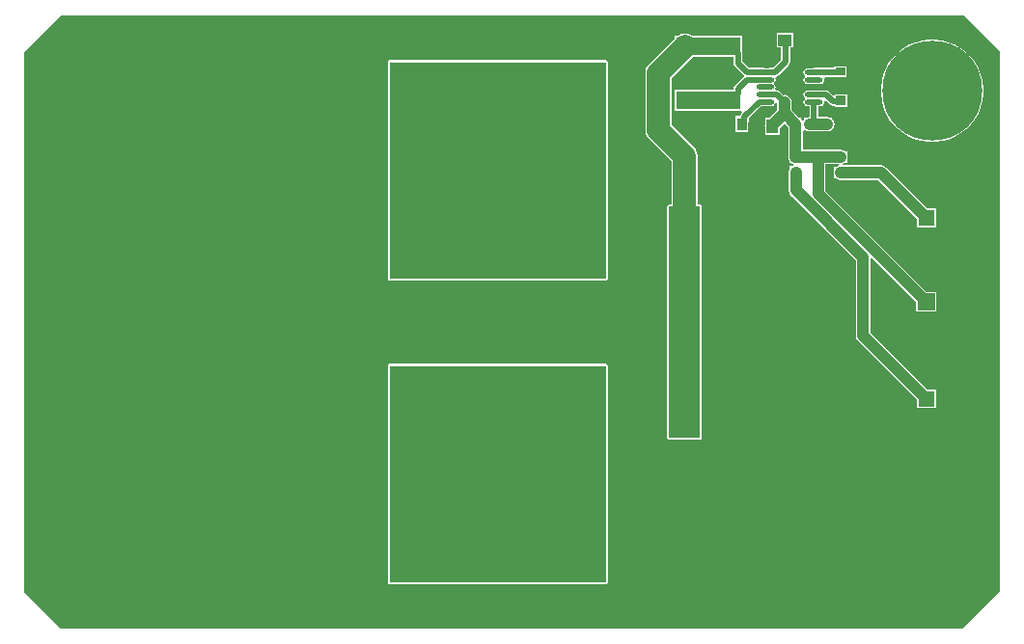
<source format=gtl>
G04*
G04 #@! TF.GenerationSoftware,Altium Limited,Altium Designer,23.3.1 (30)*
G04*
G04 Layer_Physical_Order=1*
G04 Layer_Color=255*
%FSLAX26Y26*%
%MOIN*%
G70*
G04*
G04 #@! TF.SameCoordinates,F690B318-04D5-434D-AB11-BD4B9249E199*
G04*
G04*
G04 #@! TF.FilePolarity,Positive*
G04*
G01*
G75*
%ADD12C,0.020000*%
%ADD16R,0.037402X0.031496*%
%ADD17R,0.023622X0.031496*%
%ADD18R,0.047575X0.039848*%
%ADD19O,0.062992X0.017716*%
%ADD20R,0.027559X0.033465*%
%ADD21R,0.033465X0.027559*%
%ADD22R,0.033788X0.033711*%
%ADD23R,0.039848X0.047575*%
%ADD24R,0.224409X0.062992*%
%ADD25R,0.035911X0.044531*%
%ADD31R,0.750000X0.750000*%
%ADD32R,0.110000X0.800000*%
%ADD38C,0.040000*%
%ADD39C,0.080000*%
%ADD40C,0.050000*%
%ADD41R,0.059055X0.059055*%
%ADD42C,0.059055*%
%ADD43C,0.055118*%
%ADD44R,0.055118X0.055118*%
%ADD45C,0.344488*%
G36*
X3685000Y2935000D02*
Y1070000D01*
X3555000Y940000D01*
X440000D01*
X315000Y1065000D01*
Y2935000D01*
X440000Y3060000D01*
X3560000D01*
X3685000Y2935000D01*
D02*
G37*
%LPC*%
G36*
X2970357Y2999924D02*
X2912782D01*
Y2950076D01*
X2928874D01*
Y2905503D01*
X2902051Y2878680D01*
X2817792D01*
X2795097Y2901374D01*
Y2931024D01*
X2794803Y2932501D01*
Y2989016D01*
X2623248D01*
X2619584Y2991827D01*
X2608637Y2996361D01*
X2596890Y2997908D01*
X2585142Y2996361D01*
X2574196Y2991827D01*
X2570532Y2989016D01*
X2560394D01*
Y2980212D01*
X2472906Y2892724D01*
X2465693Y2883324D01*
X2461158Y2872377D01*
X2459612Y2860630D01*
Y2665292D01*
X2461158Y2653544D01*
X2465693Y2642597D01*
X2472906Y2633197D01*
X2549612Y2556491D01*
Y2405412D01*
X2540000D01*
X2536173Y2403827D01*
X2534588Y2400000D01*
Y1600000D01*
X2536173Y1596173D01*
X2540000Y1594588D01*
X2650000D01*
X2653827Y1596173D01*
X2655412Y1600000D01*
Y2400000D01*
X2653827Y2403827D01*
X2650000Y2405412D01*
X2640388D01*
Y2575292D01*
X2638842Y2587039D01*
X2634307Y2597986D01*
X2627094Y2607386D01*
X2550388Y2684092D01*
Y2841829D01*
X2624583Y2916024D01*
X2764509D01*
Y2895039D01*
X2765673Y2889187D01*
X2768989Y2884225D01*
X2799412Y2853801D01*
X2800173Y2850590D01*
X2799412Y2847380D01*
X2768989Y2816956D01*
X2765673Y2811994D01*
X2764509Y2806142D01*
Y2803976D01*
X2560394D01*
Y2730984D01*
X2789901D01*
X2791593Y2730984D01*
X2795460Y2726647D01*
X2795408Y2725462D01*
X2789739Y2719793D01*
X2786424Y2714832D01*
X2785914Y2712265D01*
X2769643D01*
Y2657735D01*
X2815554D01*
Y2691477D01*
X2815848Y2692955D01*
Y2702644D01*
X2858933Y2745730D01*
X2872953D01*
X2878805Y2746894D01*
X2895591D01*
X2900998Y2747970D01*
X2905582Y2751032D01*
X2908645Y2755616D01*
X2909510Y2759967D01*
X2914510Y2759475D01*
Y2732474D01*
X2911740Y2730622D01*
X2886474Y2705357D01*
X2872675D01*
Y2683278D01*
X2872109Y2680433D01*
X2872675Y2677588D01*
Y2647782D01*
X2922522D01*
Y2669309D01*
X2939882Y2686669D01*
X2952842Y2673708D01*
X2952935Y2673646D01*
Y2571575D01*
X2954876Y2561820D01*
X2956299Y2559690D01*
Y2550827D01*
X2964478D01*
X2968671Y2548025D01*
X2971853Y2547392D01*
Y2542294D01*
X2970245Y2541975D01*
X2966053Y2539173D01*
X2956299D01*
Y2527419D01*
X2954510Y2518425D01*
Y2456360D01*
X2956450Y2446606D01*
X2961976Y2438336D01*
X3185731Y2214582D01*
Y1953780D01*
X3187671Y1944025D01*
X3193197Y1935755D01*
X3397441Y1731511D01*
Y1702441D01*
X3462559D01*
Y1767559D01*
X3433489D01*
X3236710Y1964338D01*
Y2220171D01*
X3241710Y2222242D01*
X3395472Y2068479D01*
Y2035473D01*
X3464528D01*
Y2104528D01*
X3431521D01*
X3082202Y2453846D01*
Y2546085D01*
X3128197D01*
X3128690Y2541085D01*
X3125245Y2540400D01*
X3121053Y2537598D01*
X3111299D01*
Y2525844D01*
X3109510Y2516850D01*
X3111299Y2507856D01*
Y2496102D01*
X3121053D01*
X3125245Y2493301D01*
X3135000Y2491361D01*
X3262591D01*
X3397441Y2356511D01*
Y2327441D01*
X3462559D01*
Y2392559D01*
X3433489D01*
X3291174Y2534874D01*
X3282904Y2540400D01*
X3273150Y2542340D01*
X3140228D01*
X3139736Y2547340D01*
X3143180Y2548025D01*
X3145016Y2549252D01*
X3158701D01*
Y2570498D01*
X3158915Y2571575D01*
X3158701Y2572652D01*
Y2590748D01*
X3149729D01*
X3143180Y2595124D01*
X3133425Y2597065D01*
X3003915D01*
Y2661135D01*
X3008032Y2663268D01*
X3014337D01*
X3017057Y2661450D01*
X3026811Y2659510D01*
X3087008D01*
X3096762Y2661450D01*
X3100955Y2664252D01*
X3103819D01*
Y2666166D01*
X3105032Y2666976D01*
X3110557Y2675245D01*
X3112498Y2685000D01*
X3110557Y2694755D01*
X3105032Y2703024D01*
X3103819Y2703834D01*
Y2705748D01*
X3100955D01*
X3096762Y2708550D01*
X3087008Y2710490D01*
X3057538D01*
Y2746894D01*
X3064882D01*
X3070289Y2747970D01*
X3074873Y2751032D01*
X3077936Y2755616D01*
X3079012Y2761024D01*
X3078698Y2762602D01*
X3083306Y2765066D01*
X3095991Y2752381D01*
X3100952Y2749065D01*
X3106805Y2747901D01*
X3113106D01*
Y2744484D01*
X3156894D01*
Y2788195D01*
X3113106D01*
Y2785056D01*
X3108486Y2783142D01*
X3094200Y2797429D01*
X3089238Y2800744D01*
X3083386Y2801908D01*
X3042244D01*
X3036391Y2800744D01*
X3019606D01*
X3014199Y2799668D01*
X3009615Y2796605D01*
X3006552Y2792021D01*
X3005477Y2786614D01*
X3006552Y2781207D01*
X3009615Y2776623D01*
X3010070Y2776319D01*
Y2771319D01*
X3009615Y2771015D01*
X3006552Y2766431D01*
X3005477Y2761024D01*
X3006552Y2755616D01*
X3009615Y2751032D01*
X3014199Y2747970D01*
X3019606Y2746894D01*
X3026950D01*
Y2710490D01*
X3026811D01*
X3017057Y2708550D01*
X3014337Y2706732D01*
X3008032D01*
Y2701893D01*
X3005349Y2697878D01*
X2999335D01*
X2996449Y2702197D01*
X2996378Y2702269D01*
Y2706732D01*
X2990911D01*
X2988890Y2709756D01*
X2968024Y2730622D01*
X2965490Y2732316D01*
Y2760000D01*
X2963550Y2769755D01*
X2958024Y2778024D01*
X2949755Y2783550D01*
X2940000Y2785490D01*
X2936780Y2784849D01*
X2924200Y2797429D01*
X2919239Y2800744D01*
X2913386Y2801908D01*
X2911391D01*
X2908646Y2806796D01*
X2908667Y2806908D01*
X2909720Y2812205D01*
X2908645Y2817612D01*
X2905582Y2822196D01*
X2905127Y2822500D01*
Y2827500D01*
X2905582Y2827804D01*
X2908645Y2832388D01*
X2909720Y2837795D01*
X2908645Y2843203D01*
X2908628Y2843523D01*
X2911039Y2848620D01*
X2914238Y2849256D01*
X2919200Y2852571D01*
X2954982Y2888354D01*
X2958298Y2893315D01*
X2959462Y2899168D01*
Y2950076D01*
X2970357D01*
Y2999924D01*
D02*
G37*
G36*
X3154331Y2884173D02*
X3110866D01*
Y2878680D01*
X3042244D01*
X3036391Y2877515D01*
X3019606D01*
X3014199Y2876440D01*
X3009615Y2873377D01*
X3006552Y2868793D01*
X3005477Y2863386D01*
X3006552Y2857979D01*
X3009615Y2853395D01*
X3010070Y2853091D01*
Y2848090D01*
X3009615Y2847787D01*
X3006552Y2843202D01*
X3005477Y2837795D01*
X3006552Y2832388D01*
X3009615Y2827804D01*
X3014199Y2824741D01*
X3019606Y2823666D01*
X3064882D01*
X3070289Y2824741D01*
X3074873Y2827804D01*
X3077936Y2832388D01*
X3079012Y2837795D01*
X3077958Y2843092D01*
X3077937Y2843204D01*
X3080682Y2848092D01*
X3110866D01*
Y2846614D01*
X3154331D01*
Y2884173D01*
D02*
G37*
G36*
X3461617Y2977244D02*
X3438383D01*
X3415347Y2974211D01*
X3392905Y2968198D01*
X3371439Y2959307D01*
X3351317Y2947689D01*
X3332884Y2933545D01*
X3316455Y2917116D01*
X3302311Y2898683D01*
X3290693Y2878561D01*
X3281802Y2857095D01*
X3275789Y2834653D01*
X3272756Y2811617D01*
Y2788383D01*
X3275789Y2765347D01*
X3281802Y2742905D01*
X3290693Y2721439D01*
X3302311Y2701317D01*
X3316455Y2682884D01*
X3332884Y2666455D01*
X3351317Y2652311D01*
X3371439Y2640693D01*
X3392905Y2631802D01*
X3415347Y2625789D01*
X3438383Y2622756D01*
X3461617D01*
X3484653Y2625789D01*
X3507095Y2631802D01*
X3528561Y2640693D01*
X3548683Y2652311D01*
X3567116Y2666455D01*
X3583545Y2682884D01*
X3597689Y2701317D01*
X3609307Y2721439D01*
X3618198Y2742905D01*
X3624211Y2765347D01*
X3627244Y2788383D01*
Y2811617D01*
X3624211Y2834653D01*
X3618198Y2857095D01*
X3609307Y2878561D01*
X3597689Y2898683D01*
X3583545Y2917116D01*
X3567116Y2933545D01*
X3548683Y2947689D01*
X3528561Y2959307D01*
X3507095Y2968198D01*
X3484653Y2974211D01*
X3461617Y2977244D01*
D02*
G37*
G36*
X2325000Y2905412D02*
X1575000D01*
X1571173Y2903827D01*
X1569588Y2900000D01*
Y2150000D01*
X1571173Y2146173D01*
X1575000Y2144588D01*
X2325000D01*
X2328827Y2146173D01*
X2330412Y2150000D01*
Y2900000D01*
X2328827Y2903827D01*
X2325000Y2905412D01*
D02*
G37*
G36*
Y1855412D02*
X1575000D01*
X1571173Y1853827D01*
X1569588Y1850000D01*
Y1100000D01*
X1571173Y1096173D01*
X1575000Y1094588D01*
X2325000D01*
X2328827Y1096173D01*
X2330412Y1100000D01*
Y1850000D01*
X2328827Y1853827D01*
X2325000Y1855412D01*
D02*
G37*
%LPD*%
D12*
X2792598Y2685000D02*
X2800554Y2692955D01*
Y2708979D02*
X2852598Y2761024D01*
X2800554Y2692955D02*
Y2708979D01*
X2852598Y2761024D02*
X2872953D01*
X2779803Y2806142D02*
X2811457Y2837795D01*
X2872953D01*
X2758307Y2767480D02*
X2779803Y2788976D01*
Y2806142D01*
X2677598Y2767480D02*
X2758307D01*
X2779803Y2895039D02*
X2811457Y2863386D01*
X2758307Y2952520D02*
X2779803Y2931024D01*
X2596890Y2952520D02*
X2677598D01*
X2758307D01*
X2811457Y2863386D02*
X2908386D01*
X2779803Y2895039D02*
Y2931024D01*
X2944168Y2899168D02*
Y2975000D01*
X2908386Y2863386D02*
X2944168Y2899168D01*
X2872953Y2786614D02*
X2913386D01*
X2940000Y2760000D01*
X2896299Y2612131D02*
X2897598Y2613430D01*
X3130125Y2912133D02*
X3132598Y2914606D01*
X3102133Y2912133D02*
X3130125D01*
X3078976Y2888976D02*
X3102133Y2912133D01*
X3042244Y2888976D02*
X3078976D01*
X3133544Y2812205D02*
X3135000Y2813661D01*
X3042244Y2812205D02*
X3133544D01*
X3122598Y2766339D02*
X3135000D01*
X3106805Y2763195D02*
X3125743D01*
X3083386Y2786614D02*
X3106805Y2763195D01*
X3042244Y2786614D02*
X3083386D01*
X3130590Y2863386D02*
X3132598Y2865394D01*
X3042244Y2863386D02*
X3130590D01*
X3122598Y2766339D02*
X3125743Y2763195D01*
X2897598Y2676570D02*
Y2680433D01*
X3026811Y2687953D02*
X3042244Y2703386D01*
Y2761024D01*
X3026811Y2685000D02*
Y2687953D01*
D16*
X3135000Y2570000D02*
D03*
Y2516850D02*
D03*
X2980000Y2571575D02*
D03*
Y2518425D02*
D03*
D17*
X3087008Y2685000D02*
D03*
X3138189D02*
D03*
D18*
X2941570Y2975000D02*
D03*
X2878430D02*
D03*
D19*
X3042244Y2761024D02*
D03*
Y2786614D02*
D03*
Y2812205D02*
D03*
Y2837795D02*
D03*
Y2863386D02*
D03*
Y2888976D02*
D03*
X2872953Y2761024D02*
D03*
Y2786614D02*
D03*
Y2812205D02*
D03*
Y2837795D02*
D03*
Y2863386D02*
D03*
Y2888976D02*
D03*
D20*
X3026811Y2685000D02*
D03*
X2977598D02*
D03*
D21*
X3132598Y2914606D02*
D03*
Y2865394D02*
D03*
D22*
X3135000Y2813661D02*
D03*
Y2766339D02*
D03*
D23*
X2897598Y2613430D02*
D03*
Y2676570D02*
D03*
D24*
X2677598Y2767480D02*
D03*
Y2952520D02*
D03*
D25*
X2792598Y2685000D02*
D03*
Y2634565D02*
D03*
D31*
X1950000Y1475000D02*
D03*
X900000D02*
D03*
Y2525000D02*
D03*
X1950000D02*
D03*
D32*
X2595000Y2000000D02*
D03*
D38*
X3056713Y2571575D02*
X3133425D01*
X2980000D02*
X3056713D01*
Y2443287D02*
X3430000Y2070000D01*
X3056713Y2443287D02*
Y2571575D01*
X3273150Y2516850D02*
X3430000Y2360000D01*
X3135000Y2516850D02*
X3273150D01*
X3211220Y1953780D02*
X3430000Y1735000D01*
X3211220Y1953780D02*
Y2225140D01*
X2980000Y2456360D02*
Y2518425D01*
Y2456360D02*
X3211220Y2225140D01*
X2978425Y2571575D02*
Y2684173D01*
X2977598Y2685000D02*
X2978425Y2684173D01*
X2940000Y2712598D02*
Y2760000D01*
X2897598Y2680433D02*
X2929764Y2712598D01*
X3026811Y2685000D02*
X3087008D01*
X2940000Y2712598D02*
X2950000D01*
X2929764D02*
X2940000D01*
X2950000D02*
X2970866Y2691732D01*
D39*
X2505000Y2860630D02*
X2596890Y2952520D01*
X2505000Y2665292D02*
Y2860630D01*
Y2665292D02*
X2595000Y2575292D01*
Y2000000D02*
Y2575292D01*
D40*
X2878430Y2975000D02*
X2878907Y2974524D01*
Y2905118D02*
Y2974524D01*
D41*
X3430000Y2070000D02*
D03*
D42*
Y1970000D02*
D03*
D43*
Y1635000D02*
D03*
Y2260000D02*
D03*
D44*
Y1735000D02*
D03*
Y2360000D02*
D03*
D45*
X3450000Y2800000D02*
D03*
M02*

</source>
